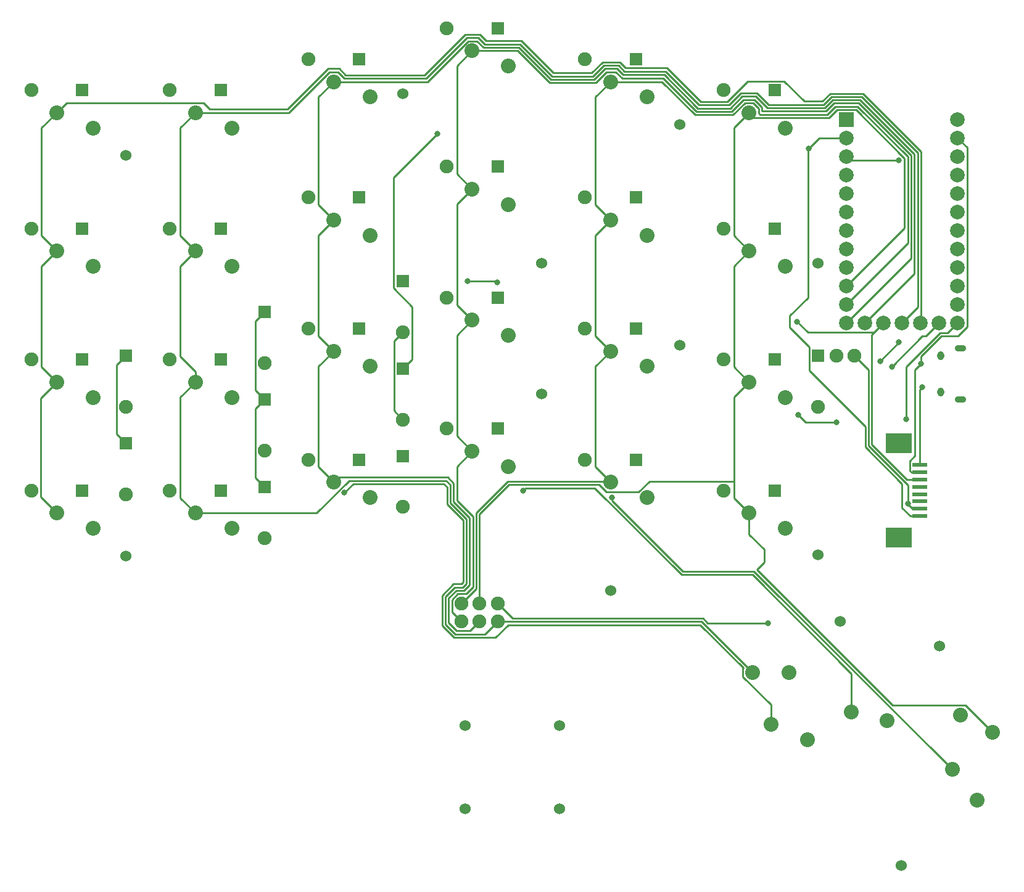
<source format=gbr>
%TF.GenerationSoftware,KiCad,Pcbnew,(6.0.4)*%
%TF.CreationDate,2023-12-12T22:20:10-08:00*%
%TF.ProjectId,keyboard,6b657962-6f61-4726-942e-6b696361645f,v1.0.0*%
%TF.SameCoordinates,Original*%
%TF.FileFunction,Copper,L2,Bot*%
%TF.FilePolarity,Positive*%
%FSLAX46Y46*%
G04 Gerber Fmt 4.6, Leading zero omitted, Abs format (unit mm)*
G04 Created by KiCad (PCBNEW (6.0.4)) date 2023-12-12 22:20:10*
%MOMM*%
%LPD*%
G01*
G04 APERTURE LIST*
%TA.AperFunction,ComponentPad*%
%ADD10C,2.032000*%
%TD*%
%TA.AperFunction,ComponentPad*%
%ADD11C,1.524000*%
%TD*%
%TA.AperFunction,ComponentPad*%
%ADD12C,1.905000*%
%TD*%
%TA.AperFunction,ComponentPad*%
%ADD13R,1.778000X1.778000*%
%TD*%
%TA.AperFunction,ComponentPad*%
%ADD14O,1.550000X0.890000*%
%TD*%
%TA.AperFunction,ComponentPad*%
%ADD15O,0.950000X1.250000*%
%TD*%
%TA.AperFunction,ComponentPad*%
%ADD16R,2.000000X2.000000*%
%TD*%
%TA.AperFunction,ComponentPad*%
%ADD17C,2.000000*%
%TD*%
%TA.AperFunction,SMDPad,CuDef*%
%ADD18R,2.000000X0.610000*%
%TD*%
%TA.AperFunction,SMDPad,CuDef*%
%ADD19R,3.600000X2.680000*%
%TD*%
%TA.AperFunction,ViaPad*%
%ADD20C,0.800000*%
%TD*%
%TA.AperFunction,Conductor*%
%ADD21C,0.250000*%
%TD*%
G04 APERTURE END LIST*
D10*
%TO.P,M2,1*%
%TO.N,B5*%
X259074261Y-171395195D03*
%TO.P,M2,2*%
%TO.N,mm_diode*%
X263925739Y-172604805D03*
%TD*%
D11*
%TO.P,,1*%
%TO.N,N/C*%
X159500000Y-150000000D03*
%TD*%
D12*
%TO.P,D28,1*%
%TO.N,inner_thumb*%
X159500000Y-141500000D03*
D13*
%TO.P,D28,2*%
%TO.N,F0*%
X159500000Y-134500000D03*
%TD*%
D11*
%TO.P,,1*%
%TO.N,N/C*%
X265888002Y-192459980D03*
%TD*%
D10*
%TO.P,S6,1*%
%TO.N,pinky_home*%
X174000000Y-128200000D03*
%TO.P,S6,2*%
%TO.N,C7*%
X169000000Y-126100000D03*
%TD*%
D12*
%TO.P,D16,1*%
%TO.N,middle_nums*%
X203500000Y-77500000D03*
D13*
%TO.P,D16,2*%
%TO.N,D7*%
X210500000Y-77500000D03*
%TD*%
D10*
%TO.P,S21,1*%
%TO.N,inner_bottom*%
X250000000Y-146200000D03*
%TO.P,S21,2*%
%TO.N,E6*%
X245000000Y-144100000D03*
%TD*%
%TO.P,S1,1*%
%TO.N,outer_bottom*%
X155000000Y-146200000D03*
%TO.P,S1,2*%
%TO.N,F1*%
X150000000Y-144100000D03*
%TD*%
D12*
%TO.P,D20,1*%
%TO.N,index_nums*%
X222500000Y-81750000D03*
D13*
%TO.P,D20,2*%
%TO.N,D7*%
X229500000Y-81750000D03*
%TD*%
D12*
%TO.P,D36,1*%
%TO.N,VCC*%
X254500000Y-129500000D03*
D13*
%TO.P,D36,2*%
%TO.N,D1*%
X254500000Y-122500000D03*
%TD*%
D12*
%TO.P,D17,1*%
%TO.N,index_bottom*%
X222500000Y-136750000D03*
D13*
%TO.P,D17,2*%
%TO.N,D3*%
X229500000Y-136750000D03*
%TD*%
D12*
%TO.P,D7,1*%
%TO.N,pinky_top*%
X165500000Y-105000000D03*
D13*
%TO.P,D7,2*%
%TO.N,C6*%
X172500000Y-105000000D03*
%TD*%
D12*
%TO.P,D35,0*%
%TO.N,B5*%
X205500000Y-159000000D03*
%TO.P,D35,1*%
%TO.N,B7*%
X208000000Y-159000000D03*
%TO.P,D35,2*%
%TO.N,C7*%
X210500000Y-159000000D03*
%TO.P,D35,3*%
%TO.N,B4*%
X205500000Y-156500000D03*
%TO.P,D35,4*%
%TO.N,E6*%
X208000000Y-156500000D03*
%TO.P,D35,5*%
%TO.N,B6*%
X210500000Y-156500000D03*
%TD*%
D11*
%TO.P,,1*%
%TO.N,N/C*%
X254500000Y-149800000D03*
%TD*%
D12*
%TO.P,D30,1*%
%TO.N,mm_diode*%
X178500000Y-135500000D03*
D13*
%TO.P,D30,2*%
%TO.N,F0*%
X178500000Y-128500000D03*
%TD*%
D11*
%TO.P,,1*%
%TO.N,N/C*%
X206000000Y-184700000D03*
%TD*%
%TO.P,,1*%
%TO.N,N/C*%
X235500000Y-121000000D03*
%TD*%
D12*
%TO.P,D8,1*%
%TO.N,pinky_nums*%
X165500000Y-86000000D03*
D13*
%TO.P,D8,2*%
%TO.N,D7*%
X172500000Y-86000000D03*
%TD*%
D10*
%TO.P,S22,1*%
%TO.N,inner_home*%
X250000000Y-128200000D03*
%TO.P,S22,2*%
%TO.N,E6*%
X245000000Y-126100000D03*
%TD*%
%TO.P,S16,1*%
%TO.N,middle_nums*%
X212000000Y-82700000D03*
%TO.P,S16,2*%
%TO.N,B5*%
X207000000Y-80600000D03*
%TD*%
D12*
%TO.P,D15,1*%
%TO.N,middle_top*%
X203500000Y-96500000D03*
D13*
%TO.P,D15,2*%
%TO.N,C6*%
X210500000Y-96500000D03*
%TD*%
D10*
%TO.P,S7,1*%
%TO.N,pinky_top*%
X174000000Y-110200000D03*
%TO.P,S7,2*%
%TO.N,C7*%
X169000000Y-108100000D03*
%TD*%
D12*
%TO.P,D33,1*%
%TO.N,VCC*%
X197500000Y-131250000D03*
D13*
%TO.P,D33,2*%
%TO.N,D2*%
X197500000Y-124250000D03*
%TD*%
D11*
%TO.P,,1*%
%TO.N,N/C*%
X219000000Y-173300000D03*
%TD*%
D10*
%TO.P,S11,1*%
%TO.N,ring_top*%
X193000000Y-105950000D03*
%TO.P,S11,2*%
%TO.N,B7*%
X188000000Y-103850000D03*
%TD*%
%TO.P,S23,1*%
%TO.N,inner_top*%
X250000000Y-110200000D03*
%TO.P,S23,2*%
%TO.N,E6*%
X245000000Y-108100000D03*
%TD*%
D14*
%TO.P,,6*%
%TO.N,N/C*%
X274015000Y-128500000D03*
D15*
X271315000Y-122500000D03*
X271315000Y-127500000D03*
D14*
X274015000Y-121500000D03*
%TD*%
D10*
%TO.P,S18,1*%
%TO.N,index_home*%
X231000000Y-123950000D03*
%TO.P,S18,2*%
%TO.N,B4*%
X226000000Y-121850000D03*
%TD*%
%TO.P,S13,1*%
%TO.N,middle_bottom*%
X212000000Y-137700000D03*
%TO.P,S13,2*%
%TO.N,B5*%
X207000000Y-135600000D03*
%TD*%
D12*
%TO.P,D21,1*%
%TO.N,inner_bottom*%
X241500000Y-141000000D03*
D13*
%TO.P,D21,2*%
%TO.N,D3*%
X248500000Y-141000000D03*
%TD*%
D10*
%TO.P,S10,1*%
%TO.N,ring_home*%
X193000000Y-123950000D03*
%TO.P,S10,2*%
%TO.N,B7*%
X188000000Y-121850000D03*
%TD*%
D12*
%TO.P,D22,1*%
%TO.N,inner_home*%
X241500000Y-123000000D03*
D13*
%TO.P,D22,2*%
%TO.N,D4*%
X248500000Y-123000000D03*
%TD*%
D11*
%TO.P,,1*%
%TO.N,N/C*%
X216500000Y-127750000D03*
%TD*%
D10*
%TO.P,S19,1*%
%TO.N,index_top*%
X231000000Y-105950000D03*
%TO.P,S19,2*%
%TO.N,B4*%
X226000000Y-103850000D03*
%TD*%
D12*
%TO.P,D12,1*%
%TO.N,ring_nums*%
X184500000Y-81750000D03*
D13*
%TO.P,D12,2*%
%TO.N,D7*%
X191500000Y-81750000D03*
%TD*%
D11*
%TO.P,,1*%
%TO.N,N/C*%
X206000000Y-173300000D03*
%TD*%
%TO.P,,1*%
%TO.N,N/C*%
X254500000Y-109750000D03*
%TD*%
D10*
%TO.P,S4,1*%
%TO.N,outer_nums*%
X155000000Y-91200000D03*
%TO.P,S4,2*%
%TO.N,F1*%
X150000000Y-89100000D03*
%TD*%
%TO.P,S20,1*%
%TO.N,index_nums*%
X231000000Y-86950000D03*
%TO.P,S20,2*%
%TO.N,B4*%
X226000000Y-84850000D03*
%TD*%
%TO.P,S9,1*%
%TO.N,ring_bottom*%
X193000000Y-141950000D03*
%TO.P,S9,2*%
%TO.N,B7*%
X188000000Y-139850000D03*
%TD*%
D12*
%TO.P,D19,1*%
%TO.N,index_top*%
X222500000Y-100750000D03*
D13*
%TO.P,D19,2*%
%TO.N,C6*%
X229500000Y-100750000D03*
%TD*%
D11*
%TO.P,,1*%
%TO.N,N/C*%
X257500000Y-159000000D03*
%TD*%
D10*
%TO.P,S17,1*%
%TO.N,index_bottom*%
X231000000Y-141950000D03*
%TO.P,S17,2*%
%TO.N,B4*%
X226000000Y-139850000D03*
%TD*%
D12*
%TO.P,REF\u002A\u002A,1*%
%TO.N,VCC*%
X257000000Y-122500000D03*
%TD*%
D10*
%TO.P,S24,1*%
%TO.N,inner_nums*%
X250000000Y-91200000D03*
%TO.P,S24,2*%
%TO.N,E6*%
X245000000Y-89100000D03*
%TD*%
D12*
%TO.P,D1,1*%
%TO.N,outer_bottom*%
X146500000Y-141000000D03*
D13*
%TO.P,D1,2*%
%TO.N,D3*%
X153500000Y-141000000D03*
%TD*%
D10*
%TO.P,M3,1*%
%TO.N,mr_diode*%
X274009007Y-171861454D03*
%TO.P,M3,2*%
%TO.N,E6*%
X278423745Y-174208812D03*
%TD*%
%TO.P,S25,1*%
%TO.N,inner_thumb*%
X253000000Y-175200000D03*
%TO.P,S25,2*%
%TO.N,B7*%
X248000000Y-173100000D03*
%TD*%
%TO.P,S2,1*%
%TO.N,outer_home*%
X155000000Y-128200000D03*
%TO.P,S2,2*%
%TO.N,F1*%
X150000000Y-126100000D03*
%TD*%
D11*
%TO.P,,1*%
%TO.N,N/C*%
X197500000Y-86500000D03*
%TD*%
%TO.P,,1*%
%TO.N,N/C*%
X216500000Y-109750000D03*
%TD*%
D10*
%TO.P,S3,1*%
%TO.N,outer_top*%
X155000000Y-110200000D03*
%TO.P,S3,2*%
%TO.N,F1*%
X150000000Y-108100000D03*
%TD*%
%TO.P,S14,1*%
%TO.N,middle_home*%
X212000000Y-119700000D03*
%TO.P,S14,2*%
%TO.N,B5*%
X207000000Y-117600000D03*
%TD*%
D12*
%TO.P,D11,1*%
%TO.N,ring_top*%
X184500000Y-100750000D03*
D13*
%TO.P,D11,2*%
%TO.N,C6*%
X191500000Y-100750000D03*
%TD*%
D11*
%TO.P,,1*%
%TO.N,N/C*%
X235500000Y-90750000D03*
%TD*%
D10*
%TO.P,M1,1*%
%TO.N,C7*%
X245500000Y-166000000D03*
%TO.P,M1,2*%
%TO.N,ml_diode*%
X250500000Y-166000000D03*
%TD*%
%TO.P,S5,1*%
%TO.N,pinky_bottom*%
X174000000Y-146200000D03*
%TO.P,S5,2*%
%TO.N,C7*%
X169000000Y-144100000D03*
%TD*%
%TO.P,S26,1*%
%TO.N,far_thumb*%
X276311976Y-183505609D03*
%TO.P,S26,2*%
%TO.N,B4*%
X272883128Y-179304061D03*
%TD*%
D12*
%TO.P,D31,1*%
%TO.N,far_thumb*%
X178500000Y-147500000D03*
D13*
%TO.P,D31,2*%
%TO.N,F0*%
X178500000Y-140500000D03*
%TD*%
D12*
%TO.P,D6,1*%
%TO.N,pinky_home*%
X165500000Y-123000000D03*
D13*
%TO.P,D6,2*%
%TO.N,D4*%
X172500000Y-123000000D03*
%TD*%
D12*
%TO.P,D9,1*%
%TO.N,ring_bottom*%
X184500000Y-136750000D03*
D13*
%TO.P,D9,2*%
%TO.N,D3*%
X191500000Y-136750000D03*
%TD*%
D16*
%TO.P,,1*%
%TO.N,D3*%
X258380000Y-90030000D03*
D17*
%TO.P,,2*%
%TO.N,D2*%
X258380000Y-92570000D03*
%TO.P,,3*%
%TO.N,GND*%
X258380000Y-95110000D03*
%TO.P,,4*%
X258380000Y-97650000D03*
%TO.P,,5*%
%TO.N,D1*%
X258380000Y-100190000D03*
%TO.P,,6*%
%TO.N,D0*%
X258380000Y-102730000D03*
%TO.P,,7*%
%TO.N,D4*%
X258380000Y-105270000D03*
%TO.P,,8*%
%TO.N,C6*%
X258380000Y-107810000D03*
%TO.P,,9*%
%TO.N,D7*%
X258380000Y-110350000D03*
%TO.P,,10*%
%TO.N,E6*%
X258380000Y-112890000D03*
%TO.P,,11*%
%TO.N,B4*%
X258380000Y-115430000D03*
%TO.P,,12*%
%TO.N,B5*%
X258380000Y-117970000D03*
%TO.P,,13*%
%TO.N,B6*%
X273620000Y-117970000D03*
%TO.P,,14*%
%TO.N,B2*%
X273620000Y-115430000D03*
%TO.P,,15*%
%TO.N,B3*%
X273620000Y-112890000D03*
%TO.P,,16*%
%TO.N,B1*%
X273620000Y-110350000D03*
%TO.P,,17*%
%TO.N,F7*%
X273620000Y-107810000D03*
%TO.P,,18*%
%TO.N,F6*%
X273620000Y-105270000D03*
%TO.P,,19*%
%TO.N,F5*%
X273620000Y-102730000D03*
%TO.P,,20*%
%TO.N,F4*%
X273620000Y-100190000D03*
%TO.P,,21*%
%TO.N,VCC*%
X273620000Y-97650000D03*
%TO.P,,22*%
%TO.N,RST*%
X273620000Y-95110000D03*
%TO.P,,23*%
%TO.N,GND*%
X273620000Y-92570000D03*
%TO.P,,24*%
%TO.N,VCC*%
X273620000Y-90030000D03*
%TO.P,,25*%
%TO.N,B7*%
X260920000Y-117970000D03*
%TO.P,,26*%
%TO.N,D5*%
X263460000Y-117970000D03*
%TO.P,,27*%
%TO.N,C7*%
X266000000Y-117970000D03*
%TO.P,,28*%
%TO.N,F1*%
X268540000Y-117970000D03*
%TO.P,,29*%
%TO.N,F0*%
X271080000Y-117970000D03*
%TD*%
D10*
%TO.P,S15,1*%
%TO.N,middle_top*%
X212000000Y-101700000D03*
%TO.P,S15,2*%
%TO.N,B5*%
X207000000Y-99600000D03*
%TD*%
D12*
%TO.P,D13,1*%
%TO.N,middle_bottom*%
X203500000Y-132500000D03*
D13*
%TO.P,D13,2*%
%TO.N,D3*%
X210500000Y-132500000D03*
%TD*%
D12*
%TO.P,D4,1*%
%TO.N,outer_nums*%
X146500000Y-86000000D03*
D13*
%TO.P,D4,2*%
%TO.N,D7*%
X153500000Y-86000000D03*
%TD*%
D12*
%TO.P,D32,1*%
%TO.N,trackpoint_reset*%
X197500000Y-143250000D03*
D13*
%TO.P,D32,2*%
%TO.N,GND*%
X197500000Y-136250000D03*
%TD*%
D12*
%TO.P,D3,1*%
%TO.N,outer_top*%
X146500000Y-105000000D03*
D13*
%TO.P,D3,2*%
%TO.N,C6*%
X153500000Y-105000000D03*
%TD*%
D11*
%TO.P,,1*%
%TO.N,N/C*%
X159500000Y-95000000D03*
%TD*%
%TO.P,,1*%
%TO.N,N/C*%
X219000000Y-184700000D03*
%TD*%
D12*
%TO.P,D24,1*%
%TO.N,inner_nums*%
X241500000Y-86000000D03*
D13*
%TO.P,D24,2*%
%TO.N,D7*%
X248500000Y-86000000D03*
%TD*%
D12*
%TO.P,D10,1*%
%TO.N,ring_home*%
X184500000Y-118750000D03*
D13*
%TO.P,D10,2*%
%TO.N,D4*%
X191500000Y-118750000D03*
%TD*%
D12*
%TO.P,D27,1*%
%TO.N,ml_diode*%
X159500000Y-129500000D03*
D13*
%TO.P,D27,2*%
%TO.N,F0*%
X159500000Y-122500000D03*
%TD*%
D12*
%TO.P,D29,1*%
%TO.N,mr_diode*%
X178500000Y-123500000D03*
D13*
%TO.P,D29,2*%
%TO.N,F0*%
X178500000Y-116500000D03*
%TD*%
D11*
%TO.P,,1*%
%TO.N,N/C*%
X226000000Y-154750000D03*
%TD*%
D12*
%TO.P,D23,1*%
%TO.N,inner_top*%
X241500000Y-105000000D03*
D13*
%TO.P,D23,2*%
%TO.N,C6*%
X248500000Y-105000000D03*
%TD*%
D12*
%TO.P,D14,1*%
%TO.N,middle_home*%
X203500000Y-114500000D03*
D13*
%TO.P,D14,2*%
%TO.N,D4*%
X210500000Y-114500000D03*
%TD*%
D12*
%TO.P,D18,1*%
%TO.N,index_home*%
X222500000Y-118750000D03*
D13*
%TO.P,D18,2*%
%TO.N,D4*%
X229500000Y-118750000D03*
%TD*%
D10*
%TO.P,S12,1*%
%TO.N,ring_nums*%
X193000000Y-86950000D03*
%TO.P,S12,2*%
%TO.N,B7*%
X188000000Y-84850000D03*
%TD*%
D12*
%TO.P,D2,1*%
%TO.N,outer_home*%
X146500000Y-123000000D03*
D13*
%TO.P,D2,2*%
%TO.N,D4*%
X153500000Y-123000000D03*
%TD*%
D12*
%TO.P,D5,1*%
%TO.N,pinky_bottom*%
X165500000Y-141000000D03*
D13*
%TO.P,D5,2*%
%TO.N,D3*%
X172500000Y-141000000D03*
%TD*%
D10*
%TO.P,S8,1*%
%TO.N,pinky_nums*%
X174000000Y-91200000D03*
%TO.P,S8,2*%
%TO.N,C7*%
X169000000Y-89100000D03*
%TD*%
D11*
%TO.P,,1*%
%TO.N,N/C*%
X271114675Y-162394520D03*
%TD*%
D12*
%TO.P,D34,1*%
%TO.N,VCC*%
X197500000Y-119250000D03*
D13*
%TO.P,D34,2*%
%TO.N,D5*%
X197500000Y-112250000D03*
%TD*%
D12*
%TO.P,REF\u002A\u002A,1*%
%TO.N,trackpoint_reset*%
X259500000Y-122500000D03*
%TD*%
D18*
%TO.P,,1*%
%TO.N,D2*%
X268400000Y-144500000D03*
%TO.P,,2*%
%TO.N,trackpoint_reset*%
X268400000Y-143500000D03*
%TO.P,,3*%
%TO.N,N/C*%
X268400000Y-142500000D03*
%TO.P,,4*%
X268400000Y-141500000D03*
%TO.P,,5*%
X268400000Y-140500000D03*
%TO.P,,6*%
%TO.N,D5*%
X268400000Y-139500000D03*
%TO.P,,7*%
%TO.N,GND*%
X268400000Y-138500000D03*
%TO.P,,8*%
%TO.N,VCC*%
X268400000Y-137500000D03*
D19*
%TO.P,,MP*%
%TO.N,N/C*%
X265600000Y-134510000D03*
X265600000Y-147490000D03*
%TD*%
D20*
%TO.N,B7*%
X189485184Y-141285184D03*
%TO.N,B5*%
X214000000Y-141000000D03*
%TO.N,B4*%
X226214461Y-141985539D03*
%TO.N,F0*%
X251800000Y-130600000D03*
X257000000Y-131600000D03*
X264600000Y-124000000D03*
%TO.N,GND*%
X268600000Y-123600000D03*
X265601161Y-95626739D03*
X263000000Y-123200000D03*
X265600000Y-120600000D03*
%TO.N,VCC*%
X268800000Y-126800000D03*
%TO.N,D2*%
X253200000Y-94000000D03*
X202200000Y-92000000D03*
%TO.N,D5*%
X251600000Y-117800000D03*
X210400000Y-112400000D03*
X206350000Y-112250000D03*
%TO.N,B6*%
X247592570Y-159218550D03*
X266600000Y-131200000D03*
%TO.N,trackpoint_reset*%
X266800000Y-142800000D03*
%TD*%
D21*
%TO.N,F1*%
X256124500Y-86457891D02*
X260635498Y-86457890D01*
X213758594Y-79251440D02*
X218158594Y-83651440D01*
X244813511Y-84786489D02*
X249834089Y-84786489D01*
X171000000Y-88650480D02*
X181668032Y-88650480D01*
X147777011Y-141877011D02*
X150000000Y-144100000D01*
X200481834Y-83950960D02*
X206072347Y-78360449D01*
X238342872Y-87600000D02*
X242000000Y-87600000D01*
X147910979Y-110189021D02*
X147910979Y-124010979D01*
X227268081Y-82160929D02*
X228070663Y-82963511D01*
X147777011Y-128322989D02*
X147777011Y-141877011D01*
X268600000Y-117910000D02*
X268540000Y-117970000D01*
X187258544Y-83059969D02*
X188741456Y-83059969D01*
X249834089Y-84786489D02*
X252600000Y-87552400D01*
X150000000Y-89100000D02*
X151340511Y-87759489D01*
X255029990Y-87552400D02*
X256124500Y-86457891D01*
X151340511Y-87759489D02*
X170109009Y-87759489D01*
X170109009Y-87759489D02*
X171000000Y-88650480D01*
X208922875Y-79251440D02*
X213758594Y-79251440D01*
X150000000Y-126100000D02*
X147777011Y-128322989D01*
X268600000Y-94422392D02*
X268600000Y-117910000D01*
X242000000Y-87600000D02*
X244813511Y-84786489D01*
X228070663Y-82963511D02*
X233706383Y-82963511D01*
X150000000Y-89100000D02*
X147910979Y-91189021D01*
X233706383Y-82963511D02*
X238342872Y-87600000D01*
X147910979Y-124010979D02*
X150000000Y-126100000D01*
X223395636Y-83651440D02*
X224886146Y-82160930D01*
X252600000Y-87552400D02*
X255029990Y-87552400D01*
X224886146Y-82160930D02*
X227268081Y-82160929D01*
X218158594Y-83651440D02*
X223395636Y-83651440D01*
X147910979Y-91189021D02*
X147910979Y-106010979D01*
X260635498Y-86457890D02*
X268600000Y-94422392D01*
X189632448Y-83950960D02*
X200481834Y-83950960D01*
X182959256Y-87359256D02*
X187258544Y-83059969D01*
X150000000Y-108100000D02*
X147910979Y-110189021D01*
X206072347Y-78360449D02*
X208031885Y-78360450D01*
X147910979Y-106010979D02*
X150000000Y-108100000D01*
X181668032Y-88650480D02*
X182959256Y-87359256D01*
X188741456Y-83059969D02*
X189632448Y-83950960D01*
X182959256Y-87359256D02*
X183059256Y-87259256D01*
X208031885Y-78360450D02*
X208922875Y-79251440D01*
%TO.N,C7*%
X204000000Y-140200000D02*
X203449520Y-139649520D01*
X246113853Y-86410930D02*
X247704843Y-88001920D01*
X187444741Y-83509489D02*
X188555259Y-83509489D01*
X208109009Y-79073292D02*
X208736677Y-79700960D01*
X204639498Y-154283101D02*
X205681181Y-154283101D01*
X185645770Y-144100000D02*
X169000000Y-144100000D01*
X227904055Y-83432621D02*
X233539775Y-83432621D01*
X166910979Y-110189021D02*
X169000000Y-108100000D01*
X243886150Y-86410929D02*
X246113853Y-86410930D01*
X166910979Y-128189021D02*
X169000000Y-126100000D01*
X208736677Y-79700960D02*
X213572396Y-79700960D01*
X166910979Y-91189021D02*
X166910979Y-106010979D01*
X213572396Y-79700960D02*
X217972396Y-84100960D01*
X166910979Y-142010979D02*
X166910979Y-128189021D01*
X233539775Y-83432621D02*
X238158594Y-88051440D01*
X169000000Y-126100000D02*
X169000000Y-124663160D01*
X268150480Y-115819520D02*
X266000000Y-117970000D01*
X223581834Y-84100960D02*
X225072347Y-82610449D01*
X169000000Y-89100000D02*
X181854230Y-89100000D01*
X181854230Y-89100000D02*
X187444741Y-83509489D01*
X204000000Y-142725758D02*
X204000000Y-140200000D01*
X208773469Y-160726531D02*
X204690814Y-160726531D01*
X242245637Y-88051440D02*
X243886150Y-86410929D01*
X200668032Y-84400480D02*
X206258544Y-78809969D01*
X169000000Y-89100000D02*
X166910979Y-91189021D01*
X206258544Y-78809969D02*
X207845687Y-78809969D01*
X260449301Y-86907410D02*
X268150480Y-94608589D01*
X203449520Y-139649520D02*
X190096250Y-139649520D01*
X169000000Y-144100000D02*
X166910979Y-142010979D01*
X255216188Y-88001920D02*
X256310697Y-86907411D01*
X205681181Y-154283101D02*
X206200000Y-153764282D01*
X203323950Y-155598649D02*
X204639498Y-154283101D01*
X210500000Y-159000000D02*
X208773469Y-160726531D01*
X238500000Y-159000000D02*
X245500000Y-166000000D01*
X188555259Y-83509489D02*
X189446250Y-84400480D01*
X169000000Y-124663160D02*
X166910979Y-122574139D01*
X247704843Y-88001920D02*
X255216188Y-88001920D01*
X203323950Y-159359667D02*
X203323950Y-155598649D01*
X204690814Y-160726531D02*
X203323950Y-159359667D01*
X210500000Y-159000000D02*
X238500000Y-159000000D01*
X207845687Y-78809969D02*
X208109009Y-79073292D01*
X189446250Y-84400480D02*
X200668032Y-84400480D01*
X227081883Y-82610449D02*
X227904055Y-83432621D01*
X190096250Y-139649520D02*
X185645770Y-144100000D01*
X238158594Y-88051440D02*
X242245637Y-88051440D01*
X206200000Y-153764282D02*
X206200000Y-144925759D01*
X166910979Y-106010979D02*
X169000000Y-108100000D01*
X256310697Y-86907411D02*
X260449301Y-86907410D01*
X217972396Y-84100960D02*
X223581834Y-84100960D01*
X206200000Y-144925759D02*
X204000000Y-142725758D01*
X268150480Y-94608589D02*
X268150480Y-115819520D01*
X166910979Y-122574139D02*
X166910979Y-110189021D01*
X225072347Y-82610449D02*
X227081883Y-82610449D01*
%TO.N,B7*%
X206444741Y-79259489D02*
X207659489Y-79259489D01*
X255402385Y-88451440D02*
X256496896Y-87356930D01*
X248000000Y-170400000D02*
X248000000Y-173100000D01*
X185910979Y-119760979D02*
X188000000Y-121850000D01*
X185910979Y-137760979D02*
X188000000Y-139850000D01*
X185910979Y-123939021D02*
X185910979Y-137760979D01*
X217786198Y-84550480D02*
X223768032Y-84550480D01*
X204461459Y-142551499D02*
X204461459Y-140000000D01*
X210223949Y-161176051D02*
X211950480Y-159449520D01*
X206651440Y-153948560D02*
X206651440Y-144741481D01*
X190671328Y-140099040D02*
X203099040Y-140099040D01*
X208550480Y-80150480D02*
X213386198Y-80150480D01*
X226895686Y-83059969D02*
X227717859Y-83882141D01*
X238313802Y-159449520D02*
X244200000Y-165335718D01*
X237972396Y-88500960D02*
X242431834Y-88500960D01*
X244072347Y-86860449D02*
X245927655Y-86860450D01*
X223768032Y-84550480D02*
X225258544Y-83059969D01*
X188000000Y-84850000D02*
X200854230Y-84850000D01*
X203773469Y-155784846D02*
X204825695Y-154732621D01*
X211950480Y-159449520D02*
X238313802Y-159449520D01*
X247518645Y-88451440D02*
X255402385Y-88451440D01*
X206722989Y-160277011D02*
X204877011Y-160277011D01*
X188000000Y-121850000D02*
X185910979Y-123939021D01*
X245927655Y-86860450D02*
X247518645Y-88451440D01*
X244200000Y-165400000D02*
X244159489Y-165440511D01*
X204504616Y-161176051D02*
X210223949Y-161176051D01*
X203550480Y-140550480D02*
X203550480Y-142911955D01*
X188650000Y-139200000D02*
X188000000Y-139850000D01*
X204825695Y-154732621D02*
X205867379Y-154732621D01*
X213386198Y-80150480D02*
X217786198Y-84550480D01*
X233353577Y-83882141D02*
X237972396Y-88500960D01*
X242431834Y-88500960D02*
X244072347Y-86860449D01*
X208000000Y-159000000D02*
X206722989Y-160277011D01*
X204877011Y-160277011D02*
X203773469Y-159173469D01*
X185910979Y-86939021D02*
X185910979Y-101760979D01*
X267700960Y-94794786D02*
X267700960Y-111189040D01*
X188000000Y-84850000D02*
X185910979Y-86939021D01*
X200854230Y-84850000D02*
X206444741Y-79259489D01*
X205750480Y-145111957D02*
X205750480Y-153578084D01*
X205867379Y-154732621D02*
X206651440Y-153948560D01*
X185910979Y-101760979D02*
X188000000Y-103850000D01*
X206651440Y-144741481D02*
X204461459Y-142551499D01*
X207659489Y-79259489D02*
X208550480Y-80150480D01*
X244159489Y-165440511D02*
X244159489Y-166559489D01*
X203773469Y-159173469D02*
X203773469Y-155784846D01*
X188000000Y-103850000D02*
X185910979Y-105939021D01*
X203099040Y-140099040D02*
X203550480Y-140550480D01*
X256496896Y-87356930D02*
X260263104Y-87356930D01*
X203550480Y-142911955D02*
X205750480Y-145111957D01*
X204453301Y-153833581D02*
X202874430Y-155412452D01*
X244159489Y-166559489D02*
X248000000Y-170400000D01*
X205494983Y-153833581D02*
X204453301Y-153833581D01*
X205750480Y-153578084D02*
X205494983Y-153833581D01*
X204461459Y-140000000D02*
X203661459Y-139200000D01*
X185910979Y-105939021D02*
X185910979Y-119760979D01*
X189485184Y-141285184D02*
X190671328Y-140099040D01*
X225258544Y-83059969D02*
X226895686Y-83059969D01*
X202874430Y-159545865D02*
X204504616Y-161176051D01*
X227717859Y-83882141D02*
X233353577Y-83882141D01*
X202874430Y-155412452D02*
X202874430Y-159545865D01*
X267700960Y-111189040D02*
X260920000Y-117970000D01*
X244200000Y-165335718D02*
X244200000Y-165400000D01*
X203661459Y-139200000D02*
X188650000Y-139200000D01*
X260263104Y-87356930D02*
X267700960Y-94794786D01*
%TO.N,B5*%
X226709489Y-83509489D02*
X227600000Y-84400000D01*
X244258544Y-87309969D02*
X245741457Y-87309969D01*
X227600000Y-84400000D02*
X233235718Y-84400000D01*
X223954230Y-85000000D02*
X225444741Y-83509489D01*
X260076906Y-87806449D02*
X267251440Y-94980983D01*
X223853843Y-140649520D02*
X235742864Y-152538541D01*
X204222989Y-157722989D02*
X204222989Y-155971044D01*
X225444741Y-83509489D02*
X226709489Y-83509489D01*
X235742864Y-152538541D02*
X245481890Y-152538541D01*
X204910979Y-137689021D02*
X207000000Y-135600000D01*
X204910979Y-115510979D02*
X204910979Y-101689021D01*
X267251440Y-109098560D02*
X258380000Y-117970000D01*
X255588583Y-88900960D02*
X256683093Y-87806450D01*
X204910979Y-142365302D02*
X204910979Y-137689021D01*
X246790031Y-88358544D02*
X246790031Y-88900960D01*
X207000000Y-135600000D02*
X204910979Y-133510979D01*
X204910979Y-97510979D02*
X204910979Y-82689021D01*
X256683093Y-87806450D02*
X260076906Y-87806449D01*
X237786198Y-88950480D02*
X242618032Y-88950480D01*
X204910979Y-133510979D02*
X204910979Y-119689021D01*
X204222989Y-155971044D02*
X205011892Y-155182141D01*
X207100960Y-154263322D02*
X207100960Y-144555283D01*
X242618032Y-88950480D02*
X244258544Y-87309969D01*
X213200000Y-80600000D02*
X217600000Y-85000000D01*
X245741457Y-87309969D02*
X246004779Y-87573292D01*
X204910979Y-101689021D02*
X207000000Y-99600000D01*
X214000000Y-141000000D02*
X214350480Y-140649520D01*
X246004779Y-87573292D02*
X246790031Y-88358544D01*
X267251440Y-94980983D02*
X267251440Y-109098560D01*
X205500000Y-159000000D02*
X204222989Y-157722989D01*
X205011892Y-155182141D02*
X206182141Y-155182141D01*
X207100960Y-144555283D02*
X204910979Y-142365302D01*
X214350480Y-140649520D02*
X223853843Y-140649520D01*
X246790031Y-88900960D02*
X255588583Y-88900960D01*
X207000000Y-80600000D02*
X213200000Y-80600000D01*
X207000000Y-117600000D02*
X204910979Y-115510979D01*
X259074261Y-166130912D02*
X259074261Y-171395195D01*
X207000000Y-99600000D02*
X204910979Y-97510979D01*
X204910979Y-82689021D02*
X207000000Y-80600000D01*
X204910979Y-119689021D02*
X207000000Y-117600000D01*
X206182141Y-155182141D02*
X207100960Y-154263322D01*
X233235718Y-84400000D02*
X237786198Y-88950480D01*
X245481890Y-152538541D02*
X259074261Y-166130912D01*
X217600000Y-85000000D02*
X223954230Y-85000000D01*
%TO.N,B4*%
X226214461Y-141985539D02*
X226214461Y-142374420D01*
X226214461Y-142374420D02*
X235929062Y-152089021D01*
X237600000Y-89400000D02*
X242804230Y-89400000D01*
X259890708Y-88255969D02*
X266801920Y-95167181D01*
X255774780Y-89350480D02*
X256869292Y-88255969D01*
X246340511Y-88544741D02*
X246340511Y-89140511D01*
X245668088Y-152089021D02*
X272883128Y-179304061D01*
X256869292Y-88255969D02*
X259890708Y-88255969D01*
X225900480Y-139750480D02*
X226000000Y-139850000D01*
X242804230Y-89400000D02*
X244444741Y-87759489D01*
X245555259Y-87759489D02*
X246340511Y-88544741D01*
X246340511Y-89140511D02*
X246550480Y-89350480D01*
X235929062Y-152089021D02*
X245668088Y-152089021D01*
X207550480Y-144080794D02*
X211880795Y-139750480D01*
X233050000Y-84850000D02*
X237600000Y-89400000D01*
X244444741Y-87759489D02*
X245555259Y-87759489D01*
X266801920Y-95167181D02*
X266801920Y-107008080D01*
X223910979Y-101760979D02*
X226000000Y-103850000D01*
X205500000Y-156500000D02*
X207550480Y-154449520D01*
X223910979Y-119760979D02*
X226000000Y-121850000D01*
X207550480Y-154449520D02*
X207550480Y-144080794D01*
X246550480Y-89350480D02*
X255774780Y-89350480D01*
X266801920Y-107008080D02*
X258380000Y-115430000D01*
X226000000Y-84850000D02*
X223910979Y-86939021D01*
X223910979Y-105939021D02*
X223910979Y-119760979D01*
X226000000Y-84850000D02*
X233050000Y-84850000D01*
X226000000Y-103850000D02*
X223910979Y-105939021D01*
X223910979Y-137760979D02*
X226000000Y-139850000D01*
X223910979Y-86939021D02*
X223910979Y-101760979D01*
X226000000Y-121850000D02*
X223910979Y-123939021D01*
X223910979Y-123939021D02*
X223910979Y-137760979D01*
X211880795Y-139750480D02*
X225900480Y-139750480D01*
%TO.N,E6*%
X242910979Y-128189021D02*
X245000000Y-126100000D01*
X224400000Y-140200000D02*
X225390511Y-141190511D01*
X259704510Y-88705489D02*
X266352400Y-95353379D01*
X245000000Y-147000000D02*
X245000000Y-144100000D01*
X274735876Y-170520943D02*
X264735728Y-170520943D01*
X245000000Y-126100000D02*
X242910979Y-124010979D01*
X245000000Y-144100000D02*
X242910979Y-142010979D01*
X208000000Y-156500000D02*
X208000000Y-144266992D01*
X242910979Y-106010979D02*
X242910979Y-91189021D01*
X242910979Y-124010979D02*
X242910979Y-110189021D01*
X229863719Y-141190511D02*
X231343251Y-139710979D01*
X242910979Y-110189021D02*
X245000000Y-108100000D01*
X266352400Y-95353379D02*
X266352400Y-104917600D01*
X242910979Y-142010979D02*
X242910979Y-128189021D01*
X242910979Y-91189021D02*
X245000000Y-89100000D01*
X245000000Y-108100000D02*
X242910979Y-106010979D01*
X212066992Y-140200000D02*
X224400000Y-140200000D01*
X247089021Y-149089021D02*
X245000000Y-147000000D01*
X245000000Y-89100000D02*
X245700000Y-89800000D01*
X266352400Y-104917600D02*
X258380000Y-112890000D01*
X257055489Y-88705489D02*
X259704510Y-88705489D01*
X208000000Y-144266992D02*
X212066992Y-140200000D01*
X247089021Y-150865302D02*
X247089021Y-149089021D01*
X278423745Y-174208812D02*
X274735876Y-170520943D01*
X231343251Y-139710979D02*
X242910979Y-139710979D01*
X246084554Y-151869769D02*
X247089021Y-150865302D01*
X225390511Y-141190511D02*
X229863719Y-141190511D01*
X264735728Y-170520943D02*
X246084554Y-151869769D01*
X255960978Y-89800000D02*
X257055489Y-88705489D01*
X245700000Y-89800000D02*
X255960978Y-89800000D01*
%TO.N,F0*%
X177222989Y-129777011D02*
X177222989Y-139222989D01*
X177222989Y-127222989D02*
X178500000Y-128500000D01*
X264600000Y-124000000D02*
X268800000Y-119800000D01*
X251800000Y-130600000D02*
X252800000Y-131600000D01*
X159500000Y-134500000D02*
X158222989Y-133222989D01*
X178500000Y-128500000D02*
X177222989Y-129777011D01*
X252800000Y-131600000D02*
X257000000Y-131600000D01*
X177222989Y-117777011D02*
X177222989Y-127222989D01*
X158222989Y-133222989D02*
X158222989Y-123777011D01*
X158222989Y-123777011D02*
X159500000Y-122500000D01*
X269250000Y-119800000D02*
X271080000Y-117970000D01*
X268800000Y-119800000D02*
X269250000Y-119800000D01*
X178500000Y-116500000D02*
X177222989Y-117777011D01*
X177222989Y-139222989D02*
X178500000Y-140500000D01*
%TO.N,GND*%
X274944511Y-93894511D02*
X273620000Y-92570000D01*
X268600000Y-123600000D02*
X268600000Y-122600000D01*
X267075489Y-136924511D02*
X267075489Y-138275489D01*
X265601161Y-95626739D02*
X265574422Y-95600000D01*
X274944511Y-118518632D02*
X274944511Y-93894511D01*
X265574422Y-95600000D02*
X258870000Y-95600000D01*
X267300000Y-138500000D02*
X268400000Y-138500000D01*
X265600000Y-120600000D02*
X263000000Y-123200000D01*
X268600000Y-123600000D02*
X267800000Y-124400000D01*
X271400000Y-119800000D02*
X273663143Y-119800000D01*
X267075489Y-138275489D02*
X267300000Y-138500000D01*
X273663143Y-119800000D02*
X274944511Y-118518632D01*
X267800000Y-136200000D02*
X267075489Y-136924511D01*
X267800000Y-124400000D02*
X267800000Y-136200000D01*
X258870000Y-95600000D02*
X258380000Y-95110000D01*
X268600000Y-122600000D02*
X271400000Y-119800000D01*
%TO.N,VCC*%
X196286489Y-130036489D02*
X197500000Y-131250000D01*
X268800000Y-126800000D02*
X268400000Y-127200000D01*
X268400000Y-127200000D02*
X268400000Y-137500000D01*
X196286489Y-120463511D02*
X196286489Y-130036489D01*
X197500000Y-119250000D02*
X196286489Y-120463511D01*
%TO.N,D2*%
X198777011Y-115777011D02*
X196200000Y-113200000D01*
X253200000Y-94000000D02*
X253105479Y-94094521D01*
X197500000Y-124250000D02*
X198777011Y-122972989D01*
X254630000Y-92570000D02*
X258380000Y-92570000D01*
X196200000Y-98000000D02*
X202200000Y-92000000D01*
X250600000Y-118600000D02*
X253286489Y-121286489D01*
X253286489Y-124536009D02*
X260950480Y-132200000D01*
X198777011Y-122972989D02*
X198777011Y-115777011D01*
X260950480Y-135021915D02*
X266000000Y-140071436D01*
X253105479Y-114494521D02*
X250600000Y-117000000D01*
X260950480Y-132200000D02*
X260950480Y-135021915D01*
X253105479Y-94094521D02*
X253105479Y-114494521D01*
X266000000Y-143350000D02*
X267150000Y-144500000D01*
X253200000Y-94000000D02*
X254630000Y-92570000D01*
X266000000Y-140071436D02*
X266000000Y-143350000D01*
X250600000Y-117000000D02*
X250600000Y-118600000D01*
X253286489Y-121286489D02*
X253286489Y-124536009D01*
X196200000Y-110800000D02*
X196200000Y-98000000D01*
X196200000Y-113200000D02*
X196200000Y-110800000D01*
X267150000Y-144500000D02*
X268400000Y-144500000D01*
%TO.N,D5*%
X251600000Y-117800000D02*
X253094511Y-119294511D01*
X261849520Y-134649520D02*
X261849520Y-119580480D01*
X268400000Y-139500000D02*
X266700000Y-139500000D01*
X206350000Y-112250000D02*
X210250000Y-112250000D01*
X262135489Y-119294511D02*
X263460000Y-117970000D01*
X210250000Y-112250000D02*
X210400000Y-112400000D01*
X266700000Y-139500000D02*
X261849520Y-134649520D01*
X261849520Y-119580480D02*
X263460000Y-117970000D01*
X253094511Y-119294511D02*
X262135489Y-119294511D01*
%TO.N,B6*%
X239335718Y-159200000D02*
X238686198Y-158550480D01*
X247574020Y-159200000D02*
X239335718Y-159200000D01*
X212550480Y-158550480D02*
X210500000Y-156500000D01*
X266600000Y-131200000D02*
X266600000Y-123964282D01*
X266600000Y-123964282D02*
X271213802Y-119350480D01*
X272239520Y-119350480D02*
X273620000Y-117970000D01*
X238686198Y-158550480D02*
X212550480Y-158550480D01*
X271213802Y-119350480D02*
X272239520Y-119350480D01*
X247592570Y-159218550D02*
X247574020Y-159200000D01*
%TO.N,trackpoint_reset*%
X259500000Y-122500000D02*
X261400000Y-124400000D01*
X261400000Y-124400000D02*
X261400000Y-134835718D01*
X266800000Y-142854022D02*
X267445978Y-143500000D01*
X261400000Y-134835718D02*
X266800000Y-140235718D01*
X267445978Y-143500000D02*
X268400000Y-143500000D01*
X266800000Y-142800000D02*
X266800000Y-142854022D01*
X266800000Y-140235718D02*
X266800000Y-142800000D01*
%TD*%
M02*

</source>
